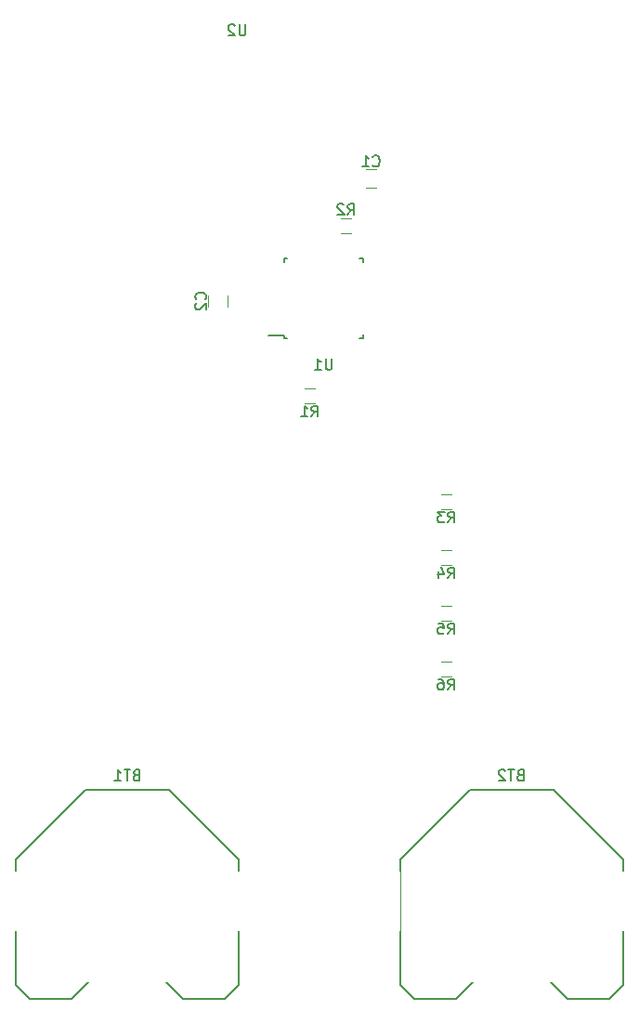
<source format=gbo>
G04 #@! TF.FileFunction,Legend,Bot*
%FSLAX46Y46*%
G04 Gerber Fmt 4.6, Leading zero omitted, Abs format (unit mm)*
G04 Created by KiCad (PCBNEW 4.0.6) date 09/11/17 20:09:05*
%MOMM*%
%LPD*%
G01*
G04 APERTURE LIST*
%ADD10C,0.100000*%
%ADD11C,0.120000*%
%ADD12C,0.150000*%
%ADD13R,0.900000X1.300000*%
%ADD14C,5.700000*%
%ADD15R,5.500000X5.500000*%
%ADD16C,16.400000*%
%ADD17R,1.400000X1.650000*%
%ADD18R,1.650000X1.400000*%
%ADD19R,2.100000X2.100000*%
%ADD20O,2.100000X2.100000*%
%ADD21R,2.000000X0.950000*%
%ADD22R,0.950000X2.000000*%
%ADD23R,1.400000X2.400000*%
%ADD24R,1.900000X1.900000*%
G04 APERTURE END LIST*
D10*
D11*
X134612000Y-91268000D02*
X133612000Y-91268000D01*
X133612000Y-92628000D02*
X134612000Y-92628000D01*
X147058000Y-116160000D02*
X146058000Y-116160000D01*
X146058000Y-117520000D02*
X147058000Y-117520000D01*
X147058000Y-106000000D02*
X146058000Y-106000000D01*
X146058000Y-107360000D02*
X147058000Y-107360000D01*
X147058000Y-111080000D02*
X146058000Y-111080000D01*
X146058000Y-112440000D02*
X147058000Y-112440000D01*
X136914000Y-77134000D02*
X137914000Y-77134000D01*
X137914000Y-75774000D02*
X136914000Y-75774000D01*
X147058000Y-100920000D02*
X146058000Y-100920000D01*
X146058000Y-102280000D02*
X147058000Y-102280000D01*
D12*
X107340000Y-145620000D02*
X107340000Y-134190000D01*
X108610000Y-146890000D02*
X107340000Y-145620000D01*
X112420000Y-146890000D02*
X108610000Y-146890000D01*
X114960000Y-144350000D02*
X112420000Y-146890000D01*
X120040000Y-144350000D02*
X114960000Y-144350000D01*
X122580000Y-146890000D02*
X120040000Y-144350000D01*
X123850000Y-146890000D02*
X122580000Y-146890000D01*
X126390000Y-146890000D02*
X123850000Y-146890000D01*
X127660000Y-145620000D02*
X126390000Y-146890000D01*
X127660000Y-143080000D02*
X127660000Y-145620000D01*
X127660000Y-134190000D02*
X127660000Y-143080000D01*
X121310000Y-127840000D02*
X127660000Y-134190000D01*
X113690000Y-127840000D02*
X121310000Y-127840000D01*
X107340000Y-134190000D02*
X113690000Y-127840000D01*
X142340000Y-145620000D02*
X142340000Y-134190000D01*
X143610000Y-146890000D02*
X142340000Y-145620000D01*
X147420000Y-146890000D02*
X143610000Y-146890000D01*
X149960000Y-144350000D02*
X147420000Y-146890000D01*
X155040000Y-144350000D02*
X149960000Y-144350000D01*
X157580000Y-146890000D02*
X155040000Y-144350000D01*
X158850000Y-146890000D02*
X157580000Y-146890000D01*
X161390000Y-146890000D02*
X158850000Y-146890000D01*
X162660000Y-145620000D02*
X161390000Y-146890000D01*
X162660000Y-143080000D02*
X162660000Y-145620000D01*
X162660000Y-134190000D02*
X162660000Y-143080000D01*
X156310000Y-127840000D02*
X162660000Y-134190000D01*
X148690000Y-127840000D02*
X156310000Y-127840000D01*
X142340000Y-134190000D02*
X148690000Y-127840000D01*
D11*
X139200000Y-71286000D02*
X140200000Y-71286000D01*
X140200000Y-72986000D02*
X139200000Y-72986000D01*
X124880000Y-83812000D02*
X124880000Y-82812000D01*
X126580000Y-82812000D02*
X126580000Y-83812000D01*
D12*
X131751000Y-86689000D02*
X131751000Y-86464000D01*
X139001000Y-86689000D02*
X139001000Y-86364000D01*
X139001000Y-79439000D02*
X139001000Y-79764000D01*
X131751000Y-79439000D02*
X131751000Y-79764000D01*
X131751000Y-86689000D02*
X132076000Y-86689000D01*
X131751000Y-79439000D02*
X132076000Y-79439000D01*
X139001000Y-79439000D02*
X138676000Y-79439000D01*
X139001000Y-86689000D02*
X138676000Y-86689000D01*
X131751000Y-86464000D02*
X130326000Y-86464000D01*
X134278666Y-93850381D02*
X134612000Y-93374190D01*
X134850095Y-93850381D02*
X134850095Y-92850381D01*
X134469142Y-92850381D01*
X134373904Y-92898000D01*
X134326285Y-92945619D01*
X134278666Y-93040857D01*
X134278666Y-93183714D01*
X134326285Y-93278952D01*
X134373904Y-93326571D01*
X134469142Y-93374190D01*
X134850095Y-93374190D01*
X133326285Y-93850381D02*
X133897714Y-93850381D01*
X133612000Y-93850381D02*
X133612000Y-92850381D01*
X133707238Y-92993238D01*
X133802476Y-93088476D01*
X133897714Y-93136095D01*
X146724666Y-118742381D02*
X147058000Y-118266190D01*
X147296095Y-118742381D02*
X147296095Y-117742381D01*
X146915142Y-117742381D01*
X146819904Y-117790000D01*
X146772285Y-117837619D01*
X146724666Y-117932857D01*
X146724666Y-118075714D01*
X146772285Y-118170952D01*
X146819904Y-118218571D01*
X146915142Y-118266190D01*
X147296095Y-118266190D01*
X145867523Y-117742381D02*
X146058000Y-117742381D01*
X146153238Y-117790000D01*
X146200857Y-117837619D01*
X146296095Y-117980476D01*
X146343714Y-118170952D01*
X146343714Y-118551905D01*
X146296095Y-118647143D01*
X146248476Y-118694762D01*
X146153238Y-118742381D01*
X145962761Y-118742381D01*
X145867523Y-118694762D01*
X145819904Y-118647143D01*
X145772285Y-118551905D01*
X145772285Y-118313810D01*
X145819904Y-118218571D01*
X145867523Y-118170952D01*
X145962761Y-118123333D01*
X146153238Y-118123333D01*
X146248476Y-118170952D01*
X146296095Y-118218571D01*
X146343714Y-118313810D01*
X146724666Y-108582381D02*
X147058000Y-108106190D01*
X147296095Y-108582381D02*
X147296095Y-107582381D01*
X146915142Y-107582381D01*
X146819904Y-107630000D01*
X146772285Y-107677619D01*
X146724666Y-107772857D01*
X146724666Y-107915714D01*
X146772285Y-108010952D01*
X146819904Y-108058571D01*
X146915142Y-108106190D01*
X147296095Y-108106190D01*
X145867523Y-107915714D02*
X145867523Y-108582381D01*
X146105619Y-107534762D02*
X146343714Y-108249048D01*
X145724666Y-108249048D01*
X146724666Y-113662381D02*
X147058000Y-113186190D01*
X147296095Y-113662381D02*
X147296095Y-112662381D01*
X146915142Y-112662381D01*
X146819904Y-112710000D01*
X146772285Y-112757619D01*
X146724666Y-112852857D01*
X146724666Y-112995714D01*
X146772285Y-113090952D01*
X146819904Y-113138571D01*
X146915142Y-113186190D01*
X147296095Y-113186190D01*
X145819904Y-112662381D02*
X146296095Y-112662381D01*
X146343714Y-113138571D01*
X146296095Y-113090952D01*
X146200857Y-113043333D01*
X145962761Y-113043333D01*
X145867523Y-113090952D01*
X145819904Y-113138571D01*
X145772285Y-113233810D01*
X145772285Y-113471905D01*
X145819904Y-113567143D01*
X145867523Y-113614762D01*
X145962761Y-113662381D01*
X146200857Y-113662381D01*
X146296095Y-113614762D01*
X146343714Y-113567143D01*
X137580666Y-75456381D02*
X137914000Y-74980190D01*
X138152095Y-75456381D02*
X138152095Y-74456381D01*
X137771142Y-74456381D01*
X137675904Y-74504000D01*
X137628285Y-74551619D01*
X137580666Y-74646857D01*
X137580666Y-74789714D01*
X137628285Y-74884952D01*
X137675904Y-74932571D01*
X137771142Y-74980190D01*
X138152095Y-74980190D01*
X137199714Y-74551619D02*
X137152095Y-74504000D01*
X137056857Y-74456381D01*
X136818761Y-74456381D01*
X136723523Y-74504000D01*
X136675904Y-74551619D01*
X136628285Y-74646857D01*
X136628285Y-74742095D01*
X136675904Y-74884952D01*
X137247333Y-75456381D01*
X136628285Y-75456381D01*
X146724666Y-103502381D02*
X147058000Y-103026190D01*
X147296095Y-103502381D02*
X147296095Y-102502381D01*
X146915142Y-102502381D01*
X146819904Y-102550000D01*
X146772285Y-102597619D01*
X146724666Y-102692857D01*
X146724666Y-102835714D01*
X146772285Y-102930952D01*
X146819904Y-102978571D01*
X146915142Y-103026190D01*
X147296095Y-103026190D01*
X146391333Y-102502381D02*
X145772285Y-102502381D01*
X146105619Y-102883333D01*
X145962761Y-102883333D01*
X145867523Y-102930952D01*
X145819904Y-102978571D01*
X145772285Y-103073810D01*
X145772285Y-103311905D01*
X145819904Y-103407143D01*
X145867523Y-103454762D01*
X145962761Y-103502381D01*
X146248476Y-103502381D01*
X146343714Y-103454762D01*
X146391333Y-103407143D01*
X118285714Y-126498571D02*
X118142857Y-126546190D01*
X118095238Y-126593810D01*
X118047619Y-126689048D01*
X118047619Y-126831905D01*
X118095238Y-126927143D01*
X118142857Y-126974762D01*
X118238095Y-127022381D01*
X118619048Y-127022381D01*
X118619048Y-126022381D01*
X118285714Y-126022381D01*
X118190476Y-126070000D01*
X118142857Y-126117619D01*
X118095238Y-126212857D01*
X118095238Y-126308095D01*
X118142857Y-126403333D01*
X118190476Y-126450952D01*
X118285714Y-126498571D01*
X118619048Y-126498571D01*
X117761905Y-126022381D02*
X117190476Y-126022381D01*
X117476191Y-127022381D02*
X117476191Y-126022381D01*
X116333333Y-127022381D02*
X116904762Y-127022381D01*
X116619048Y-127022381D02*
X116619048Y-126022381D01*
X116714286Y-126165238D01*
X116809524Y-126260476D01*
X116904762Y-126308095D01*
X153285714Y-126498571D02*
X153142857Y-126546190D01*
X153095238Y-126593810D01*
X153047619Y-126689048D01*
X153047619Y-126831905D01*
X153095238Y-126927143D01*
X153142857Y-126974762D01*
X153238095Y-127022381D01*
X153619048Y-127022381D01*
X153619048Y-126022381D01*
X153285714Y-126022381D01*
X153190476Y-126070000D01*
X153142857Y-126117619D01*
X153095238Y-126212857D01*
X153095238Y-126308095D01*
X153142857Y-126403333D01*
X153190476Y-126450952D01*
X153285714Y-126498571D01*
X153619048Y-126498571D01*
X152761905Y-126022381D02*
X152190476Y-126022381D01*
X152476191Y-127022381D02*
X152476191Y-126022381D01*
X151904762Y-126117619D02*
X151857143Y-126070000D01*
X151761905Y-126022381D01*
X151523809Y-126022381D01*
X151428571Y-126070000D01*
X151380952Y-126117619D01*
X151333333Y-126212857D01*
X151333333Y-126308095D01*
X151380952Y-126450952D01*
X151952381Y-127022381D01*
X151333333Y-127022381D01*
X139866666Y-70969143D02*
X139914285Y-71016762D01*
X140057142Y-71064381D01*
X140152380Y-71064381D01*
X140295238Y-71016762D01*
X140390476Y-70921524D01*
X140438095Y-70826286D01*
X140485714Y-70635810D01*
X140485714Y-70492952D01*
X140438095Y-70302476D01*
X140390476Y-70207238D01*
X140295238Y-70112000D01*
X140152380Y-70064381D01*
X140057142Y-70064381D01*
X139914285Y-70112000D01*
X139866666Y-70159619D01*
X138914285Y-71064381D02*
X139485714Y-71064381D01*
X139200000Y-71064381D02*
X139200000Y-70064381D01*
X139295238Y-70207238D01*
X139390476Y-70302476D01*
X139485714Y-70350095D01*
X124587143Y-83145334D02*
X124634762Y-83097715D01*
X124682381Y-82954858D01*
X124682381Y-82859620D01*
X124634762Y-82716762D01*
X124539524Y-82621524D01*
X124444286Y-82573905D01*
X124253810Y-82526286D01*
X124110952Y-82526286D01*
X123920476Y-82573905D01*
X123825238Y-82621524D01*
X123730000Y-82716762D01*
X123682381Y-82859620D01*
X123682381Y-82954858D01*
X123730000Y-83097715D01*
X123777619Y-83145334D01*
X123777619Y-83526286D02*
X123730000Y-83573905D01*
X123682381Y-83669143D01*
X123682381Y-83907239D01*
X123730000Y-84002477D01*
X123777619Y-84050096D01*
X123872857Y-84097715D01*
X123968095Y-84097715D01*
X124110952Y-84050096D01*
X124682381Y-83478667D01*
X124682381Y-84097715D01*
X136137905Y-88566381D02*
X136137905Y-89375905D01*
X136090286Y-89471143D01*
X136042667Y-89518762D01*
X135947429Y-89566381D01*
X135756952Y-89566381D01*
X135661714Y-89518762D01*
X135614095Y-89471143D01*
X135566476Y-89375905D01*
X135566476Y-88566381D01*
X134566476Y-89566381D02*
X135137905Y-89566381D01*
X134852191Y-89566381D02*
X134852191Y-88566381D01*
X134947429Y-88709238D01*
X135042667Y-88804476D01*
X135137905Y-88852095D01*
X128269905Y-58126381D02*
X128269905Y-58935905D01*
X128222286Y-59031143D01*
X128174667Y-59078762D01*
X128079429Y-59126381D01*
X127888952Y-59126381D01*
X127793714Y-59078762D01*
X127746095Y-59031143D01*
X127698476Y-58935905D01*
X127698476Y-58126381D01*
X127269905Y-58221619D02*
X127222286Y-58174000D01*
X127127048Y-58126381D01*
X126888952Y-58126381D01*
X126793714Y-58174000D01*
X126746095Y-58221619D01*
X126698476Y-58316857D01*
X126698476Y-58412095D01*
X126746095Y-58554952D01*
X127317524Y-59126381D01*
X126698476Y-59126381D01*
%LPC*%
D13*
X133362000Y-91948000D03*
X134862000Y-91948000D03*
X145808000Y-116840000D03*
X147308000Y-116840000D03*
X145808000Y-106680000D03*
X147308000Y-106680000D03*
X145808000Y-111760000D03*
X147308000Y-111760000D03*
X138164000Y-76454000D03*
X136664000Y-76454000D03*
X145808000Y-101600000D03*
X147308000Y-101600000D03*
D14*
X164338000Y-55626000D03*
D15*
X104700000Y-138000000D03*
X130300000Y-138000000D03*
D16*
X117500000Y-138000000D03*
D15*
X139700000Y-138000000D03*
X165300000Y-138000000D03*
D16*
X152500000Y-138000000D03*
D17*
X140700000Y-72136000D03*
X138700000Y-72136000D03*
D18*
X125730000Y-82312000D03*
X125730000Y-84312000D03*
D19*
X162306000Y-81026000D03*
D20*
X164846000Y-81026000D03*
X162306000Y-83566000D03*
X164846000Y-83566000D03*
X162306000Y-86106000D03*
X164846000Y-86106000D03*
D21*
X131126000Y-85864000D03*
X131126000Y-85064000D03*
X131126000Y-84264000D03*
X131126000Y-83464000D03*
X131126000Y-82664000D03*
X131126000Y-81864000D03*
X131126000Y-81064000D03*
X131126000Y-80264000D03*
D22*
X132576000Y-78814000D03*
X133376000Y-78814000D03*
X134176000Y-78814000D03*
X134976000Y-78814000D03*
X135776000Y-78814000D03*
X136576000Y-78814000D03*
X137376000Y-78814000D03*
X138176000Y-78814000D03*
D21*
X139626000Y-80264000D03*
X139626000Y-81064000D03*
X139626000Y-81864000D03*
X139626000Y-82664000D03*
X139626000Y-83464000D03*
X139626000Y-84264000D03*
X139626000Y-85064000D03*
X139626000Y-85864000D03*
D22*
X138176000Y-87314000D03*
X137376000Y-87314000D03*
X136576000Y-87314000D03*
X135776000Y-87314000D03*
X134976000Y-87314000D03*
X134176000Y-87314000D03*
X133376000Y-87314000D03*
X132576000Y-87314000D03*
D23*
X139400000Y-68390000D03*
X138130000Y-68390000D03*
X136860000Y-68390000D03*
X135590000Y-68390000D03*
X134320000Y-68390000D03*
X133050000Y-68390000D03*
X131780000Y-68390000D03*
X130510000Y-68390000D03*
D24*
X129920000Y-56890000D03*
D14*
X105664000Y-55626000D03*
M02*

</source>
